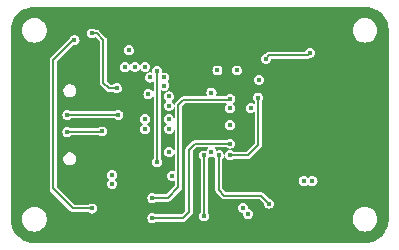
<source format=gbr>
%TF.GenerationSoftware,KiCad,Pcbnew,8.0.8*%
%TF.CreationDate,2025-04-16T19:26:52+02:00*%
%TF.ProjectId,PicoFlash,5069636f-466c-4617-9368-2e6b69636164,1.0*%
%TF.SameCoordinates,Original*%
%TF.FileFunction,Copper,L3,Inr*%
%TF.FilePolarity,Positive*%
%FSLAX46Y46*%
G04 Gerber Fmt 4.6, Leading zero omitted, Abs format (unit mm)*
G04 Created by KiCad (PCBNEW 8.0.8) date 2025-04-16 19:26:52*
%MOMM*%
%LPD*%
G01*
G04 APERTURE LIST*
%TA.AperFunction,ComponentPad*%
%ADD10O,2.000000X1.100000*%
%TD*%
%TA.AperFunction,ComponentPad*%
%ADD11O,1.800000X1.200000*%
%TD*%
%TA.AperFunction,ViaPad*%
%ADD12C,0.450000*%
%TD*%
%TA.AperFunction,Conductor*%
%ADD13C,0.200000*%
%TD*%
G04 APERTURE END LIST*
D10*
%TO.N,GND*%
%TO.C,J10*%
X5525121Y14324994D03*
D11*
X1324968Y14324994D03*
D10*
X5525121Y5675006D03*
D11*
X1324968Y5675006D03*
%TD*%
D12*
%TO.N,+3V3*%
X10500000Y14900000D03*
X18586234Y9953261D03*
X17000000Y7700000D03*
X19150000Y14600000D03*
X11800000Y14000000D03*
X9681380Y14890690D03*
X13390000Y10470000D03*
X25550000Y5209398D03*
X11380000Y10470000D03*
X17500000Y14600000D03*
X13660000Y5680000D03*
X20100000Y2450000D03*
X13000000Y13300000D03*
X13422328Y7697484D03*
X19660934Y2969814D03*
X11400000Y14900000D03*
X13000000Y14000000D03*
X24800000Y5209398D03*
X17000000Y12727491D03*
X8600000Y5000000D03*
X10000000Y16300000D03*
X21000000Y13800000D03*
X8600000Y5750000D03*
X13400000Y12400000D03*
%TO.N,GND*%
X31439340Y9939340D03*
X939340Y939340D03*
X19000000Y19500000D03*
X6600000Y6400000D03*
X13000000Y19500000D03*
X20000000Y19500000D03*
X28400000Y5700000D03*
X12460000Y1490000D03*
X500000Y6000000D03*
X500000Y7000000D03*
X6100000Y13600000D03*
X4000000Y500000D03*
X9000000Y500000D03*
X31000000Y19000000D03*
X12000000Y500000D03*
X10000000Y500000D03*
X18600000Y9100000D03*
X28000000Y500000D03*
X17000000Y9000000D03*
X31439340Y3939340D03*
X19135198Y6875000D03*
X19500000Y13750000D03*
X14500000Y1500000D03*
X24150000Y10050000D03*
X20000000Y500000D03*
X27100000Y3000000D03*
X23300000Y9850000D03*
X8000000Y19500000D03*
X5000000Y500000D03*
X25000000Y500000D03*
X10100000Y7100000D03*
X21930000Y12300000D03*
X26000000Y500000D03*
X26200000Y11100000D03*
X500000Y5000000D03*
X27000000Y500000D03*
X30000000Y6900000D03*
X27000000Y19500000D03*
X30000000Y500000D03*
X4000000Y19500000D03*
X16000000Y500000D03*
X18000000Y500000D03*
X22000000Y500000D03*
X15000000Y11000000D03*
X9400000Y1400000D03*
X10150000Y13605627D03*
X15000000Y10000000D03*
X20196203Y3353739D03*
X7125000Y18350000D03*
X31500000Y14000000D03*
X31439340Y12939340D03*
X17000000Y10000000D03*
X31439340Y1939340D03*
X17000000Y19500000D03*
X30000000Y15100000D03*
X9530000Y9440000D03*
X31439340Y10939340D03*
X5400000Y15950000D03*
X12000000Y19500000D03*
X500000Y10000000D03*
X31439340Y8939340D03*
X29000000Y19500000D03*
X2100000Y13000000D03*
X31439340Y17939340D03*
X5600000Y13600000D03*
X10100000Y7700000D03*
X2100000Y9000000D03*
X16000000Y11000000D03*
X19000000Y500000D03*
X13500000Y1500000D03*
X13000000Y500000D03*
X18000000Y19500000D03*
X30000000Y9000000D03*
X18156903Y5700000D03*
X11000000Y500000D03*
X25000000Y19500000D03*
X26200000Y10300000D03*
X6100000Y6400000D03*
X31439340Y7939340D03*
X500000Y16000000D03*
X500000Y2000000D03*
X5399857Y16499673D03*
X500000Y14000000D03*
X21930000Y10750000D03*
X500000Y15000000D03*
X2000000Y500000D03*
X500000Y13000000D03*
X30000000Y19500000D03*
X500000Y3000000D03*
X25000000Y18250000D03*
X6000000Y19500000D03*
X14000000Y19500000D03*
X6000000Y500000D03*
X500000Y17000000D03*
X22000000Y19500000D03*
X23000000Y500000D03*
X2100000Y11000000D03*
X11000000Y19500000D03*
X5399691Y17799673D03*
X15000000Y19500000D03*
X8500000Y1400000D03*
X8000000Y500000D03*
X13449609Y3296768D03*
X3000000Y500000D03*
X30000000Y11000000D03*
X2100000Y7000000D03*
X31439340Y6939340D03*
X26000000Y19500000D03*
X25000000Y10300000D03*
X22700000Y7250000D03*
X24000000Y19500000D03*
X31439340Y11939340D03*
X7000000Y19500000D03*
X31439340Y2939340D03*
X26000000Y17250000D03*
X30000000Y13000000D03*
X2000000Y19500000D03*
X27750000Y16000000D03*
X18870000Y2650000D03*
X15550000Y14600000D03*
X28000000Y19500000D03*
X9930000Y9940000D03*
X14000000Y500000D03*
X5000000Y19500000D03*
X22200000Y14600000D03*
X5600000Y6400000D03*
X7500000Y1400000D03*
X500000Y18000000D03*
X10100000Y6500000D03*
X26400000Y3000000D03*
X31439340Y15939340D03*
X31000000Y878680D03*
X3000000Y19500000D03*
X500000Y9000000D03*
X24000000Y500000D03*
X21000000Y500000D03*
X30000000Y4900000D03*
X21000000Y19500000D03*
X14850000Y14600000D03*
X5400116Y18349675D03*
X500000Y12000000D03*
X15000000Y500000D03*
X16000000Y19500000D03*
X939340Y19060660D03*
X18170000Y5030000D03*
X16000000Y9000000D03*
X500000Y11000000D03*
X500000Y4000000D03*
X17000000Y11000000D03*
X26200000Y11900000D03*
X7740000Y10100000D03*
X15000000Y9000000D03*
X23000000Y19500000D03*
X10000000Y19500000D03*
X12575152Y15467615D03*
X15712463Y7424212D03*
X17000000Y500000D03*
X7200000Y4800000D03*
X31500000Y5000000D03*
X9000000Y19500000D03*
X22675000Y8750000D03*
X16000000Y10000000D03*
X500000Y8000000D03*
X31500000Y6000000D03*
X31500000Y15000000D03*
X6600000Y13600000D03*
X22200000Y13800000D03*
X26200000Y6600000D03*
X7000000Y500000D03*
X31439340Y16939340D03*
X8827180Y13723323D03*
X29000000Y500000D03*
X27100000Y4500000D03*
%TO.N,+1V1*%
X13397026Y11613328D03*
X11374578Y9615422D03*
X18575000Y11403525D03*
X20330729Y11417274D03*
X13400000Y9650000D03*
X11666127Y12593914D03*
%TO.N,/CC2*%
X7739456Y9440000D03*
X4800000Y9391268D03*
%TO.N,/CC1*%
X4796683Y10836097D03*
X9100000Y10850000D03*
%TO.N,BOOTSELECT*%
X12400000Y14550000D03*
X12405422Y6844578D03*
%TO.N,HOST_RESET*%
X25330000Y16100000D03*
X21600013Y15590013D03*
%TO.N,GPIO10*%
X20950000Y12300000D03*
X18575000Y7427301D03*
%TO.N,GPIO8*%
X17645867Y7413589D03*
X21860000Y3320000D03*
%TO.N,GPIO16*%
X12000000Y3800000D03*
X18600000Y12200000D03*
%TO.N,GPIO7*%
X16384275Y7406311D03*
X16384275Y2250000D03*
%TO.N,GPIO15*%
X12000000Y2100000D03*
X18598578Y8400461D03*
%TO.N,/ACT_LED*%
X5401705Y17149673D03*
X6900000Y2909929D03*
%TO.N,/PWR_LED*%
X8984423Y13092628D03*
X6906380Y17737865D03*
%TD*%
D13*
%TO.N,/CC2*%
X7739456Y9440000D02*
X7690724Y9391268D01*
X7690724Y9391268D02*
X4800000Y9391268D01*
%TO.N,/CC1*%
X4796683Y10836097D02*
X9086097Y10836097D01*
X9086097Y10836097D02*
X9100000Y10850000D01*
%TO.N,BOOTSELECT*%
X12400000Y14550000D02*
X12405422Y14544578D01*
X12405422Y14544578D02*
X12405422Y6844578D01*
%TO.N,HOST_RESET*%
X25330000Y16100000D02*
X25130000Y15900000D01*
X25130000Y15900000D02*
X21910000Y15900000D01*
X21910000Y15900000D02*
X21600013Y15590013D01*
%TO.N,GPIO10*%
X20950000Y8250000D02*
X20127301Y7427301D01*
X20127301Y7427301D02*
X18575000Y7427301D01*
X20950000Y12300000D02*
X20950000Y8250000D01*
%TO.N,GPIO8*%
X21180000Y4000000D02*
X18100000Y4000000D01*
X21860000Y3320000D02*
X21180000Y4000000D01*
X17631903Y4468097D02*
X17631903Y7399625D01*
X18100000Y4000000D02*
X17631903Y4468097D01*
X17631903Y7399625D02*
X17645867Y7413589D01*
%TO.N,GPIO16*%
X14200000Y11700000D02*
X14600000Y12100000D01*
X14200000Y4700000D02*
X14200000Y11700000D01*
X18500000Y12100000D02*
X18600000Y12200000D01*
X12000000Y3800000D02*
X13300000Y3800000D01*
X13300000Y3800000D02*
X14200000Y4700000D01*
X14600000Y12100000D02*
X18500000Y12100000D01*
%TO.N,GPIO7*%
X16384275Y2250000D02*
X16384275Y7406311D01*
%TO.N,GPIO15*%
X15100000Y7900000D02*
X15600461Y8400461D01*
X12000000Y2100000D02*
X14600000Y2100000D01*
X14600000Y2100000D02*
X15100000Y2600000D01*
X15100000Y2600000D02*
X15100000Y7900000D01*
X15600461Y8400461D02*
X18598578Y8400461D01*
%TO.N,/ACT_LED*%
X5401705Y17149673D02*
X5299673Y17149673D01*
X3595000Y15445000D02*
X3595000Y4605000D01*
X5299673Y17149673D02*
X3595000Y15445000D01*
X5290071Y2909929D02*
X6900000Y2909929D01*
X3595000Y4605000D02*
X5290071Y2909929D01*
%TO.N,/PWR_LED*%
X8307372Y13092628D02*
X8984423Y13092628D01*
X6906380Y17737865D02*
X7312135Y17737865D01*
X7312135Y17737865D02*
X7850000Y17200000D01*
X7850000Y17200000D02*
X7850000Y13550000D01*
X7850000Y13550000D02*
X8307372Y13092628D01*
%TD*%
%TA.AperFunction,Conductor*%
%TO.N,GND*%
G36*
X11300000Y7600000D02*
G01*
X11100000Y7600000D01*
X10875000Y7600000D01*
X10743668Y7579199D01*
X10625191Y7518832D01*
X10531168Y7424809D01*
X10470801Y7306332D01*
X10450000Y7175000D01*
X10450000Y6050000D01*
X10050000Y6050000D01*
X9650000Y6050000D01*
X9650000Y8000000D01*
X10450000Y8000000D01*
X11300000Y8000000D01*
X11300000Y7600000D01*
G37*
%TD.AperFunction*%
%TD*%
%TA.AperFunction,Conductor*%
%TO.N,GND*%
G36*
X29928782Y19999998D02*
G01*
X30069687Y19998742D01*
X30073167Y19998587D01*
X30212066Y19987407D01*
X30215082Y19987069D01*
X30282542Y19977370D01*
X30285965Y19976752D01*
X30559331Y19917285D01*
X30566023Y19915320D01*
X30826497Y19818169D01*
X30832848Y19815267D01*
X30954837Y19748656D01*
X31076823Y19682046D01*
X31082697Y19678272D01*
X31305261Y19511664D01*
X31310536Y19507091D01*
X31507090Y19310537D01*
X31511663Y19305260D01*
X31678269Y19082701D01*
X31682045Y19076824D01*
X31815264Y18832853D01*
X31818169Y18826494D01*
X31915317Y18566031D01*
X31917286Y18559323D01*
X31976749Y18285976D01*
X31977370Y18282533D01*
X31987066Y18215096D01*
X31987407Y18212054D01*
X31998585Y18073172D01*
X31998741Y18069678D01*
X31999998Y17928783D01*
X32000000Y17928346D01*
X32000000Y2071655D01*
X31999998Y2071218D01*
X31998741Y1930323D01*
X31998585Y1926829D01*
X31987407Y1787947D01*
X31987066Y1784905D01*
X31977370Y1717468D01*
X31976749Y1714025D01*
X31917286Y1440678D01*
X31915317Y1433970D01*
X31818169Y1173507D01*
X31815264Y1167148D01*
X31682045Y923177D01*
X31678266Y917295D01*
X31511669Y694747D01*
X31507090Y689464D01*
X31310536Y492910D01*
X31305253Y488331D01*
X31082705Y321734D01*
X31076823Y317955D01*
X30832852Y184736D01*
X30826493Y181831D01*
X30566030Y84683D01*
X30559322Y82714D01*
X30285975Y23251D01*
X30282532Y22630D01*
X30215095Y12934D01*
X30212053Y12593D01*
X30073171Y1415D01*
X30069677Y1259D01*
X29928782Y2D01*
X29928345Y0D01*
X2071655Y0D01*
X2071218Y2D01*
X1930322Y1259D01*
X1926828Y1415D01*
X1787946Y12593D01*
X1784904Y12934D01*
X1717467Y22630D01*
X1714024Y23251D01*
X1440677Y82714D01*
X1433969Y84683D01*
X1173506Y181831D01*
X1167147Y184736D01*
X923176Y317955D01*
X917299Y321731D01*
X694740Y488337D01*
X689463Y492910D01*
X492909Y689464D01*
X488336Y694739D01*
X321728Y917303D01*
X317954Y923177D01*
X205534Y1129058D01*
X184733Y1167152D01*
X181830Y1173507D01*
X149822Y1259324D01*
X84680Y1433977D01*
X82715Y1440669D01*
X23248Y1714035D01*
X22629Y1717468D01*
X14634Y1773072D01*
X12931Y1784918D01*
X12592Y1787947D01*
X11972Y1795648D01*
X1413Y1926833D01*
X1258Y1930323D01*
X637Y2000001D01*
X952528Y2000001D01*
X952528Y2000000D01*
X974878Y1773072D01*
X983755Y1759055D01*
X1019674Y1640646D01*
X1032262Y1599150D01*
X1032265Y1599145D01*
X1032266Y1599142D01*
X1129057Y1418057D01*
X1129778Y1417086D01*
X1130582Y1416198D01*
X1259323Y1259327D01*
X1259326Y1259324D01*
X1416197Y1130583D01*
X1417085Y1129778D01*
X1418055Y1129059D01*
X1418056Y1129058D01*
X1599150Y1032262D01*
X1759054Y983756D01*
X1769434Y975238D01*
X1795644Y972657D01*
X1795649Y972655D01*
X1795648Y972655D01*
X2000000Y952528D01*
X2204352Y972655D01*
X2204351Y972655D01*
X2204353Y972656D01*
X2226926Y974879D01*
X2240943Y983756D01*
X2400850Y1032262D01*
X2581944Y1129058D01*
X2581945Y1129059D01*
X2581951Y1129065D01*
X2582905Y1129772D01*
X2583790Y1130574D01*
X2740675Y1259325D01*
X2869426Y1416210D01*
X2870228Y1417095D01*
X2870941Y1418055D01*
X2870942Y1418056D01*
X2967738Y1599150D01*
X3027345Y1795649D01*
X3037405Y1846225D01*
X3048736Y1948417D01*
X3048736Y2051583D01*
X3043368Y2100000D01*
X11569196Y2100000D01*
X11590281Y1966874D01*
X11590281Y1966873D01*
X11590282Y1966872D01*
X11651467Y1846787D01*
X11651472Y1846780D01*
X11746779Y1751473D01*
X11746786Y1751468D01*
X11820254Y1714035D01*
X11866874Y1690281D01*
X12000000Y1669196D01*
X12133126Y1690281D01*
X12216420Y1732722D01*
X12253213Y1751468D01*
X12253215Y1751470D01*
X12253220Y1751472D01*
X12286896Y1785148D01*
X12321544Y1799500D01*
X14639564Y1799500D01*
X14666230Y1806646D01*
X14715989Y1819979D01*
X14784511Y1859540D01*
X14840460Y1915489D01*
X15340460Y2415489D01*
X15380022Y2484012D01*
X15400499Y2560435D01*
X15400500Y2560435D01*
X15400500Y7755233D01*
X15414852Y7789881D01*
X15710580Y8085609D01*
X15745228Y8099961D01*
X16679917Y8099961D01*
X16714565Y8085609D01*
X16728917Y8050961D01*
X16714565Y8016313D01*
X16651472Y7953221D01*
X16651468Y7953216D01*
X16590589Y7833732D01*
X16562072Y7809376D01*
X16524686Y7812318D01*
X16517401Y7816030D01*
X16384275Y7837115D01*
X16251149Y7816030D01*
X16251147Y7816030D01*
X16251146Y7816029D01*
X16131061Y7754844D01*
X16131054Y7754839D01*
X16035747Y7659532D01*
X16035742Y7659525D01*
X15974557Y7539440D01*
X15974556Y7539439D01*
X15974556Y7539437D01*
X15953471Y7406311D01*
X15974556Y7273185D01*
X15974556Y7273184D01*
X15974557Y7273183D01*
X16035742Y7153098D01*
X16035747Y7153091D01*
X16069423Y7119415D01*
X16083775Y7084767D01*
X16083775Y2571544D01*
X16069423Y2536896D01*
X16035747Y2503221D01*
X16035742Y2503214D01*
X15974557Y2383129D01*
X15974556Y2383128D01*
X15974556Y2383126D01*
X15953471Y2250000D01*
X15974556Y2116874D01*
X15974556Y2116873D01*
X15974557Y2116872D01*
X16035742Y1996787D01*
X16035747Y1996780D01*
X16131054Y1901473D01*
X16131061Y1901468D01*
X16211117Y1860678D01*
X16251149Y1840281D01*
X16384275Y1819196D01*
X16517401Y1840281D01*
X16600695Y1882722D01*
X16637488Y1901468D01*
X16637490Y1901470D01*
X16637495Y1901472D01*
X16732803Y1996780D01*
X16734445Y2000001D01*
X28952528Y2000001D01*
X28952528Y2000000D01*
X28974878Y1773072D01*
X28983755Y1759055D01*
X29019674Y1640646D01*
X29032262Y1599150D01*
X29032265Y1599145D01*
X29032266Y1599142D01*
X29129057Y1418057D01*
X29129778Y1417086D01*
X29130582Y1416198D01*
X29259323Y1259327D01*
X29259326Y1259324D01*
X29416197Y1130583D01*
X29417085Y1129778D01*
X29418055Y1129059D01*
X29418056Y1129058D01*
X29599150Y1032262D01*
X29759054Y983756D01*
X29769434Y975238D01*
X29795644Y972657D01*
X29795649Y972655D01*
X29795648Y972655D01*
X30000000Y952528D01*
X30204352Y972655D01*
X30204351Y972655D01*
X30204353Y972656D01*
X30226926Y974879D01*
X30240943Y983756D01*
X30400850Y1032262D01*
X30581944Y1129058D01*
X30581945Y1129059D01*
X30581951Y1129065D01*
X30582905Y1129772D01*
X30583790Y1130574D01*
X30740675Y1259325D01*
X30869426Y1416210D01*
X30870228Y1417095D01*
X30870941Y1418055D01*
X30870942Y1418056D01*
X30967738Y1599150D01*
X31027345Y1795649D01*
X31037405Y1846225D01*
X31048736Y1948417D01*
X31048736Y2051583D01*
X31037405Y2153775D01*
X31027345Y2204351D01*
X30967738Y2400850D01*
X30870942Y2581944D01*
X30870941Y2581945D01*
X30870222Y2582915D01*
X30869417Y2583803D01*
X30740676Y2740674D01*
X30740673Y2740677D01*
X30583802Y2869418D01*
X30582914Y2870222D01*
X30581943Y2870943D01*
X30400858Y2967734D01*
X30400855Y2967735D01*
X30400850Y2967738D01*
X30359354Y2980326D01*
X30240945Y3016245D01*
X30230566Y3024763D01*
X30204351Y3027345D01*
X30204352Y3027345D01*
X30000000Y3047472D01*
X29773071Y3025122D01*
X29759054Y3016245D01*
X29599153Y2967739D01*
X29599150Y2967738D01*
X29599147Y2967737D01*
X29599141Y2967734D01*
X29418056Y2870943D01*
X29417083Y2870222D01*
X29416197Y2869418D01*
X29259326Y2740677D01*
X29259323Y2740674D01*
X29130582Y2583803D01*
X29129778Y2582917D01*
X29129057Y2581944D01*
X29032266Y2400859D01*
X29032261Y2400847D01*
X28983755Y2240946D01*
X28975237Y2230568D01*
X28952528Y2000001D01*
X16734445Y2000001D01*
X16754969Y2040283D01*
X16793994Y2116874D01*
X16815079Y2250000D01*
X16793994Y2383126D01*
X16760670Y2448528D01*
X16732807Y2503214D01*
X16732802Y2503221D01*
X16699127Y2536896D01*
X16684775Y2571544D01*
X16684775Y2969814D01*
X19230130Y2969814D01*
X19251215Y2836688D01*
X19251215Y2836687D01*
X19251216Y2836686D01*
X19312401Y2716601D01*
X19312406Y2716594D01*
X19407713Y2621287D01*
X19407720Y2621282D01*
X19481278Y2583803D01*
X19527808Y2560095D01*
X19634349Y2543221D01*
X19666326Y2523625D01*
X19675081Y2487160D01*
X19669196Y2450001D01*
X19669196Y2450000D01*
X19690281Y2316874D01*
X19690281Y2316873D01*
X19690282Y2316872D01*
X19751467Y2196787D01*
X19751472Y2196780D01*
X19846779Y2101473D01*
X19846786Y2101468D01*
X19926842Y2060678D01*
X19966874Y2040281D01*
X20100000Y2019196D01*
X20233126Y2040281D01*
X20316420Y2082722D01*
X20353213Y2101468D01*
X20353215Y2101470D01*
X20353220Y2101472D01*
X20448528Y2196780D01*
X20509719Y2316874D01*
X20530804Y2450000D01*
X20509719Y2583126D01*
X20485882Y2629909D01*
X20448532Y2703214D01*
X20448527Y2703221D01*
X20353220Y2798528D01*
X20353213Y2798533D01*
X20233129Y2859718D01*
X20233127Y2859719D01*
X20233126Y2859719D01*
X20162260Y2870943D01*
X20126583Y2876594D01*
X20094607Y2896190D01*
X20085852Y2932656D01*
X20091738Y2969814D01*
X20070653Y3102940D01*
X20039975Y3163149D01*
X20009466Y3223028D01*
X20009461Y3223035D01*
X19914154Y3318342D01*
X19914147Y3318347D01*
X19794062Y3379532D01*
X19794061Y3379533D01*
X19794060Y3379533D01*
X19660934Y3400618D01*
X19527808Y3379533D01*
X19527806Y3379533D01*
X19527805Y3379532D01*
X19407720Y3318347D01*
X19407713Y3318342D01*
X19312406Y3223035D01*
X19312401Y3223028D01*
X19251216Y3102943D01*
X19251215Y3102942D01*
X19251215Y3102940D01*
X19230130Y2969814D01*
X16684775Y2969814D01*
X16684775Y7084767D01*
X16699127Y7119415D01*
X16711186Y7131474D01*
X16732803Y7153091D01*
X16793686Y7272581D01*
X16822202Y7296936D01*
X16859586Y7293995D01*
X16866874Y7290281D01*
X17000000Y7269196D01*
X17133126Y7290281D01*
X17167659Y7307878D01*
X17205046Y7310820D01*
X17233564Y7286464D01*
X17235622Y7281495D01*
X17297334Y7160376D01*
X17297339Y7160369D01*
X17317051Y7140657D01*
X17331403Y7106009D01*
X17331403Y4428534D01*
X17351881Y4352110D01*
X17351882Y4352106D01*
X17381677Y4300502D01*
X17381678Y4300500D01*
X17391440Y4283590D01*
X17391442Y4283588D01*
X17391443Y4283586D01*
X17859540Y3815489D01*
X17915489Y3759540D01*
X17984011Y3719979D01*
X18019478Y3710476D01*
X18060436Y3699500D01*
X18060438Y3699500D01*
X18139562Y3699500D01*
X21035233Y3699500D01*
X21069881Y3685148D01*
X21416839Y3338190D01*
X21430588Y3311208D01*
X21438943Y3258462D01*
X21450281Y3186874D01*
X21450281Y3186873D01*
X21450282Y3186871D01*
X21511467Y3066787D01*
X21511472Y3066780D01*
X21606779Y2971473D01*
X21606786Y2971468D01*
X21682959Y2932657D01*
X21726874Y2910281D01*
X21860000Y2889196D01*
X21993126Y2910281D01*
X22105894Y2967739D01*
X22113213Y2971468D01*
X22113215Y2971470D01*
X22113220Y2971472D01*
X22208528Y3066780D01*
X22269719Y3186874D01*
X22290804Y3320000D01*
X22269719Y3453126D01*
X22222000Y3546780D01*
X22208532Y3573214D01*
X22208527Y3573221D01*
X22113220Y3668528D01*
X22113213Y3668533D01*
X21993129Y3729718D01*
X21993127Y3729719D01*
X21993126Y3729719D01*
X21930083Y3739704D01*
X21868792Y3749412D01*
X21841810Y3763161D01*
X21364511Y4240460D01*
X21295990Y4280021D01*
X21219564Y4300500D01*
X21219562Y4300500D01*
X18244767Y4300500D01*
X18210119Y4314852D01*
X17946755Y4578216D01*
X17932403Y4612864D01*
X17932403Y5209398D01*
X24369196Y5209398D01*
X24390281Y5076272D01*
X24390281Y5076271D01*
X24390282Y5076270D01*
X24451467Y4956185D01*
X24451472Y4956178D01*
X24546779Y4860871D01*
X24546786Y4860866D01*
X24618217Y4824471D01*
X24666874Y4799679D01*
X24800000Y4778594D01*
X24933126Y4799679D01*
X25021616Y4844767D01*
X25053213Y4860866D01*
X25053215Y4860868D01*
X25053220Y4860870D01*
X25140352Y4948002D01*
X25175000Y4962354D01*
X25209648Y4948002D01*
X25296779Y4860871D01*
X25296786Y4860866D01*
X25368217Y4824471D01*
X25416874Y4799679D01*
X25550000Y4778594D01*
X25683126Y4799679D01*
X25771616Y4844767D01*
X25803213Y4860866D01*
X25803215Y4860868D01*
X25803220Y4860870D01*
X25898528Y4956178D01*
X25959719Y5076272D01*
X25980804Y5209398D01*
X25959719Y5342524D01*
X25939322Y5382556D01*
X25898532Y5462612D01*
X25898527Y5462619D01*
X25803220Y5557926D01*
X25803213Y5557931D01*
X25683128Y5619116D01*
X25683127Y5619117D01*
X25683126Y5619117D01*
X25550000Y5640202D01*
X25416874Y5619117D01*
X25416872Y5619117D01*
X25416871Y5619116D01*
X25296786Y5557931D01*
X25296779Y5557926D01*
X25209648Y5470794D01*
X25175000Y5456442D01*
X25140352Y5470794D01*
X25053220Y5557926D01*
X25053213Y5557931D01*
X24933128Y5619116D01*
X24933127Y5619117D01*
X24933126Y5619117D01*
X24800000Y5640202D01*
X24666874Y5619117D01*
X24666872Y5619117D01*
X24666871Y5619116D01*
X24546786Y5557931D01*
X24546779Y5557926D01*
X24451472Y5462619D01*
X24451467Y5462612D01*
X24390282Y5342527D01*
X24390281Y5342526D01*
X24390281Y5342524D01*
X24369196Y5209398D01*
X17932403Y5209398D01*
X17932403Y7078081D01*
X17946755Y7112729D01*
X17965500Y7131474D01*
X17994395Y7160369D01*
X17997327Y7166122D01*
X18013145Y7197169D01*
X18055586Y7280463D01*
X18063123Y7328053D01*
X18082717Y7360027D01*
X18119184Y7368782D01*
X18151161Y7349187D01*
X18159915Y7328053D01*
X18165281Y7294175D01*
X18165281Y7294174D01*
X18165282Y7294172D01*
X18226467Y7174088D01*
X18226472Y7174081D01*
X18321779Y7078774D01*
X18321786Y7078769D01*
X18401842Y7037979D01*
X18441874Y7017582D01*
X18575000Y6996497D01*
X18708126Y7017582D01*
X18791420Y7060023D01*
X18828213Y7078769D01*
X18828215Y7078771D01*
X18828220Y7078773D01*
X18861896Y7112449D01*
X18896544Y7126801D01*
X20166865Y7126801D01*
X20193531Y7133947D01*
X20243290Y7147280D01*
X20311812Y7186841D01*
X20367761Y7242790D01*
X21190460Y8065489D01*
X21218595Y8114221D01*
X21230021Y8134011D01*
X21250500Y8210438D01*
X21250500Y11978456D01*
X21264852Y12013104D01*
X21279904Y12028156D01*
X21298528Y12046780D01*
X21308766Y12066872D01*
X21317278Y12083580D01*
X21359719Y12166874D01*
X21380804Y12300000D01*
X21359719Y12433126D01*
X21338755Y12474271D01*
X21298532Y12553214D01*
X21298527Y12553221D01*
X21203220Y12648528D01*
X21203213Y12648533D01*
X21083128Y12709718D01*
X21083127Y12709719D01*
X21083126Y12709719D01*
X20950000Y12730804D01*
X20816874Y12709719D01*
X20816872Y12709719D01*
X20816871Y12709718D01*
X20696786Y12648533D01*
X20696779Y12648528D01*
X20601472Y12553221D01*
X20601467Y12553214D01*
X20540282Y12433129D01*
X20540281Y12433128D01*
X20540281Y12433126D01*
X20519196Y12300000D01*
X20540281Y12166874D01*
X20540281Y12166873D01*
X20540282Y12166872D01*
X20601467Y12046787D01*
X20601472Y12046780D01*
X20635148Y12013104D01*
X20649500Y11978456D01*
X20649500Y11812364D01*
X20635148Y11777716D01*
X20600500Y11763364D01*
X20578255Y11768704D01*
X20463855Y11826993D01*
X20330729Y11848078D01*
X20197603Y11826993D01*
X20197601Y11826993D01*
X20197600Y11826992D01*
X20077515Y11765807D01*
X20077508Y11765802D01*
X19982201Y11670495D01*
X19982196Y11670488D01*
X19921011Y11550403D01*
X19921010Y11550402D01*
X19921010Y11550400D01*
X19899925Y11417274D01*
X19921010Y11284148D01*
X19921010Y11284147D01*
X19921011Y11284146D01*
X19982196Y11164061D01*
X19982201Y11164054D01*
X20077508Y11068747D01*
X20077515Y11068742D01*
X20157571Y11027952D01*
X20197603Y11007555D01*
X20330729Y10986470D01*
X20463855Y11007555D01*
X20536226Y11044430D01*
X20578255Y11065844D01*
X20615642Y11068787D01*
X20644159Y11044430D01*
X20649500Y11022185D01*
X20649500Y8394767D01*
X20635148Y8360119D01*
X20017182Y7742153D01*
X19982534Y7727801D01*
X18896544Y7727801D01*
X18861896Y7742153D01*
X18828220Y7775829D01*
X18828213Y7775834D01*
X18708128Y7837019D01*
X18708127Y7837020D01*
X18708126Y7837020D01*
X18575000Y7858105D01*
X18441874Y7837020D01*
X18441872Y7837020D01*
X18441871Y7837019D01*
X18321786Y7775834D01*
X18321779Y7775829D01*
X18226472Y7680522D01*
X18226467Y7680515D01*
X18165282Y7560431D01*
X18165281Y7560429D01*
X18165281Y7560427D01*
X18161957Y7539440D01*
X18157744Y7512840D01*
X18138148Y7480864D01*
X18101681Y7472109D01*
X18069705Y7491705D01*
X18060951Y7512837D01*
X18055586Y7546715D01*
X18016793Y7622851D01*
X17994399Y7666803D01*
X17994394Y7666810D01*
X17899087Y7762117D01*
X17899080Y7762122D01*
X17778995Y7823307D01*
X17778994Y7823308D01*
X17778993Y7823308D01*
X17645867Y7844393D01*
X17512740Y7823308D01*
X17498457Y7816030D01*
X17478206Y7805712D01*
X17440820Y7802770D01*
X17412302Y7827127D01*
X17410240Y7832104D01*
X17348532Y7953214D01*
X17348527Y7953221D01*
X17285435Y8016313D01*
X17271083Y8050961D01*
X17285435Y8085609D01*
X17320083Y8099961D01*
X18277034Y8099961D01*
X18311682Y8085609D01*
X18345357Y8051934D01*
X18345364Y8051929D01*
X18415266Y8016313D01*
X18465452Y7990742D01*
X18598578Y7969657D01*
X18731704Y7990742D01*
X18814998Y8033183D01*
X18851791Y8051929D01*
X18851793Y8051931D01*
X18851798Y8051933D01*
X18947106Y8147241D01*
X19008297Y8267335D01*
X19029382Y8400461D01*
X19008297Y8533587D01*
X18987900Y8573619D01*
X18947110Y8653675D01*
X18947105Y8653682D01*
X18851798Y8748989D01*
X18851791Y8748994D01*
X18731706Y8810179D01*
X18731705Y8810180D01*
X18731704Y8810180D01*
X18598578Y8831265D01*
X18465452Y8810180D01*
X18465450Y8810180D01*
X18465449Y8810179D01*
X18345364Y8748994D01*
X18345357Y8748989D01*
X18311682Y8715313D01*
X18277034Y8700961D01*
X15560896Y8700961D01*
X15484474Y8680484D01*
X15484471Y8680483D01*
X15415949Y8640921D01*
X15415949Y8640920D01*
X14859541Y8084512D01*
X14859540Y8084512D01*
X14819979Y8015992D01*
X14819979Y8015990D01*
X14799500Y7939564D01*
X14799500Y2744767D01*
X14785148Y2710119D01*
X14489881Y2414852D01*
X14455233Y2400500D01*
X12321544Y2400500D01*
X12286896Y2414852D01*
X12253220Y2448528D01*
X12253213Y2448533D01*
X12133128Y2509718D01*
X12133127Y2509719D01*
X12133126Y2509719D01*
X12000000Y2530804D01*
X11866874Y2509719D01*
X11866872Y2509719D01*
X11866871Y2509718D01*
X11746786Y2448533D01*
X11746779Y2448528D01*
X11651472Y2353221D01*
X11651467Y2353214D01*
X11590282Y2233129D01*
X11590281Y2233128D01*
X11590281Y2233126D01*
X11569196Y2100000D01*
X3043368Y2100000D01*
X3037405Y2153775D01*
X3027345Y2204351D01*
X2967738Y2400850D01*
X2870942Y2581944D01*
X2870941Y2581945D01*
X2870222Y2582915D01*
X2869417Y2583803D01*
X2740676Y2740674D01*
X2740673Y2740677D01*
X2583802Y2869418D01*
X2582914Y2870222D01*
X2581943Y2870943D01*
X2400858Y2967734D01*
X2400855Y2967735D01*
X2400850Y2967738D01*
X2359354Y2980326D01*
X2240945Y3016245D01*
X2230566Y3024763D01*
X2204351Y3027345D01*
X2204352Y3027345D01*
X2000000Y3047472D01*
X1773071Y3025122D01*
X1759054Y3016245D01*
X1599153Y2967739D01*
X1599150Y2967738D01*
X1599147Y2967737D01*
X1599141Y2967734D01*
X1418056Y2870943D01*
X1417083Y2870222D01*
X1416197Y2869418D01*
X1259326Y2740677D01*
X1259323Y2740674D01*
X1130582Y2583803D01*
X1129778Y2582917D01*
X1129057Y2581944D01*
X1032266Y2400859D01*
X1032261Y2400847D01*
X983755Y2240946D01*
X975237Y2230568D01*
X952528Y2000001D01*
X637Y2000001D01*
X2Y2071218D01*
X0Y2071655D01*
X0Y4565438D01*
X3294499Y4565438D01*
X3314979Y4489011D01*
X3314979Y4489009D01*
X3331994Y4459540D01*
X3354540Y4420489D01*
X5049611Y2725418D01*
X5105560Y2669469D01*
X5174082Y2629908D01*
X5206255Y2621287D01*
X5250507Y2609429D01*
X5250509Y2609429D01*
X5329633Y2609429D01*
X6578456Y2609429D01*
X6613104Y2595077D01*
X6646779Y2561402D01*
X6646786Y2561397D01*
X6726842Y2520607D01*
X6766874Y2500210D01*
X6900000Y2479125D01*
X7033126Y2500210D01*
X7133294Y2551248D01*
X7153213Y2561397D01*
X7153215Y2561399D01*
X7153220Y2561401D01*
X7248528Y2656709D01*
X7309719Y2776803D01*
X7330804Y2909929D01*
X7309719Y3043055D01*
X7279205Y3102943D01*
X7248532Y3163143D01*
X7248527Y3163150D01*
X7153220Y3258457D01*
X7153213Y3258462D01*
X7033128Y3319647D01*
X7033127Y3319648D01*
X7033126Y3319648D01*
X6900000Y3340733D01*
X6766874Y3319648D01*
X6766872Y3319648D01*
X6766871Y3319647D01*
X6646786Y3258462D01*
X6646779Y3258457D01*
X6613104Y3224781D01*
X6578456Y3210429D01*
X5434838Y3210429D01*
X5400190Y3224781D01*
X4824971Y3800000D01*
X11569196Y3800000D01*
X11590281Y3666874D01*
X11590281Y3666873D01*
X11590282Y3666872D01*
X11651467Y3546787D01*
X11651472Y3546780D01*
X11746779Y3451473D01*
X11746786Y3451468D01*
X11826842Y3410678D01*
X11866874Y3390281D01*
X12000000Y3369196D01*
X12133126Y3390281D01*
X12216420Y3432722D01*
X12253213Y3451468D01*
X12253215Y3451470D01*
X12253220Y3451472D01*
X12286896Y3485148D01*
X12321544Y3499500D01*
X13339564Y3499500D01*
X13366230Y3506646D01*
X13415989Y3519979D01*
X13484511Y3559540D01*
X13540460Y3615489D01*
X14440460Y4515489D01*
X14469298Y4565438D01*
X14480021Y4584011D01*
X14496171Y4644287D01*
X14500500Y4660437D01*
X14500500Y9953261D01*
X18155430Y9953261D01*
X18176515Y9820135D01*
X18176515Y9820134D01*
X18176516Y9820133D01*
X18237701Y9700048D01*
X18237706Y9700041D01*
X18333013Y9604734D01*
X18333020Y9604729D01*
X18395040Y9573129D01*
X18453108Y9543542D01*
X18586234Y9522457D01*
X18719360Y9543542D01*
X18802654Y9585983D01*
X18839447Y9604729D01*
X18839449Y9604731D01*
X18839454Y9604733D01*
X18934762Y9700041D01*
X18937860Y9706120D01*
X18955021Y9739801D01*
X18995953Y9820135D01*
X19017038Y9953261D01*
X18995953Y10086387D01*
X18975556Y10126419D01*
X18934766Y10206475D01*
X18934761Y10206482D01*
X18839454Y10301789D01*
X18839447Y10301794D01*
X18719362Y10362979D01*
X18719361Y10362980D01*
X18719360Y10362980D01*
X18586234Y10384065D01*
X18453108Y10362980D01*
X18453106Y10362980D01*
X18453105Y10362979D01*
X18333020Y10301794D01*
X18333013Y10301789D01*
X18237706Y10206482D01*
X18237701Y10206475D01*
X18176516Y10086390D01*
X18176515Y10086389D01*
X18176515Y10086387D01*
X18155430Y9953261D01*
X14500500Y9953261D01*
X14500500Y11555233D01*
X14514852Y11589881D01*
X14710119Y11785148D01*
X14744767Y11799500D01*
X18250931Y11799500D01*
X18285579Y11785148D01*
X18299931Y11750500D01*
X18285579Y11715852D01*
X18226472Y11656746D01*
X18226467Y11656739D01*
X18165282Y11536654D01*
X18165281Y11536653D01*
X18165281Y11536651D01*
X18144196Y11403525D01*
X18165281Y11270399D01*
X18165281Y11270398D01*
X18165282Y11270397D01*
X18226467Y11150312D01*
X18226472Y11150305D01*
X18321779Y11054998D01*
X18321786Y11054993D01*
X18386177Y11022185D01*
X18441874Y10993806D01*
X18575000Y10972721D01*
X18708126Y10993806D01*
X18807481Y11044430D01*
X18828213Y11054993D01*
X18828215Y11054995D01*
X18828220Y11054997D01*
X18923528Y11150305D01*
X18923857Y11150949D01*
X18950689Y11203611D01*
X18984719Y11270399D01*
X19005804Y11403525D01*
X18984719Y11536651D01*
X18957597Y11589881D01*
X18923532Y11656739D01*
X18923527Y11656746D01*
X18828220Y11752053D01*
X18825096Y11754323D01*
X18825804Y11755298D01*
X18804490Y11780249D01*
X18807430Y11817636D01*
X18828846Y11839054D01*
X18853220Y11851472D01*
X18948528Y11946780D01*
X18956411Y11962250D01*
X18968094Y11985181D01*
X19009719Y12066874D01*
X19030804Y12200000D01*
X19009719Y12333126D01*
X18975645Y12400000D01*
X18948532Y12453214D01*
X18948527Y12453221D01*
X18853220Y12548528D01*
X18853213Y12548533D01*
X18733128Y12609718D01*
X18733127Y12609719D01*
X18733126Y12609719D01*
X18600000Y12630804D01*
X18466874Y12609719D01*
X18466872Y12609719D01*
X18466871Y12609718D01*
X18346786Y12548533D01*
X18346779Y12548528D01*
X18251472Y12453221D01*
X18251469Y12453216D01*
X18238243Y12427256D01*
X18209726Y12402899D01*
X18194583Y12400500D01*
X17390901Y12400500D01*
X17356253Y12414852D01*
X17341901Y12449500D01*
X17347242Y12471745D01*
X17388065Y12551867D01*
X17409719Y12594365D01*
X17430804Y12727491D01*
X17409719Y12860617D01*
X17389322Y12900649D01*
X17348532Y12980705D01*
X17348527Y12980712D01*
X17253220Y13076019D01*
X17253213Y13076024D01*
X17133128Y13137209D01*
X17133127Y13137210D01*
X17133126Y13137210D01*
X17000000Y13158295D01*
X16866874Y13137210D01*
X16866872Y13137210D01*
X16866871Y13137209D01*
X16746786Y13076024D01*
X16746779Y13076019D01*
X16651472Y12980712D01*
X16651467Y12980705D01*
X16590282Y12860620D01*
X16590281Y12860619D01*
X16590281Y12860617D01*
X16569196Y12727491D01*
X16590281Y12594365D01*
X16590281Y12594364D01*
X16590282Y12594363D01*
X16652758Y12471745D01*
X16655701Y12434358D01*
X16631344Y12405841D01*
X16609099Y12400500D01*
X14560436Y12400500D01*
X14484010Y12380021D01*
X14484008Y12380021D01*
X14415887Y12340690D01*
X14415886Y12340691D01*
X14415492Y12340463D01*
X14415488Y12340460D01*
X13959541Y11884512D01*
X13959540Y11884512D01*
X13919979Y11815992D01*
X13919979Y11815990D01*
X13901404Y11746672D01*
X13878573Y11716919D01*
X13841391Y11712025D01*
X13811638Y11734856D01*
X13807471Y11744218D01*
X13806745Y11746450D01*
X13806745Y11746454D01*
X13806634Y11746672D01*
X13745558Y11866542D01*
X13745553Y11866549D01*
X13650249Y11961853D01*
X13650246Y11961856D01*
X13650241Y11961859D01*
X13650239Y11961860D01*
X13649474Y11962250D01*
X13649100Y11962688D01*
X13647126Y11964122D01*
X13647470Y11964597D01*
X13625120Y11990769D01*
X13628066Y12028156D01*
X13649480Y12049567D01*
X13653220Y12051472D01*
X13748528Y12146780D01*
X13758766Y12166872D01*
X13798770Y12245386D01*
X13809719Y12266874D01*
X13830804Y12400000D01*
X13809719Y12533126D01*
X13778516Y12594365D01*
X13748532Y12653214D01*
X13748527Y12653221D01*
X13653220Y12748528D01*
X13653213Y12748533D01*
X13533128Y12809718D01*
X13533127Y12809719D01*
X13533126Y12809719D01*
X13400000Y12830804D01*
X13266874Y12809719D01*
X13266872Y12809719D01*
X13266871Y12809718D01*
X13146786Y12748533D01*
X13146779Y12748528D01*
X13051472Y12653221D01*
X13051467Y12653214D01*
X12990282Y12533129D01*
X12990281Y12533128D01*
X12990281Y12533126D01*
X12969196Y12400000D01*
X12990281Y12266874D01*
X12990281Y12266873D01*
X12990282Y12266872D01*
X13051467Y12146787D01*
X13051472Y12146780D01*
X13146780Y12051472D01*
X13147542Y12051084D01*
X13147914Y12050648D01*
X13149904Y12049202D01*
X13149557Y12048725D01*
X13171901Y12022569D01*
X13168963Y11985181D01*
X13147552Y11963765D01*
X13143808Y11961858D01*
X13143802Y11961853D01*
X13048498Y11866549D01*
X13048493Y11866542D01*
X12987308Y11746457D01*
X12987307Y11746456D01*
X12987307Y11746454D01*
X12966222Y11613328D01*
X12987307Y11480202D01*
X12987307Y11480201D01*
X12987308Y11480200D01*
X13048493Y11360115D01*
X13048498Y11360108D01*
X13143805Y11264801D01*
X13143812Y11264796D01*
X13223868Y11224006D01*
X13263900Y11203609D01*
X13397026Y11182524D01*
X13530152Y11203609D01*
X13613446Y11246050D01*
X13650239Y11264796D01*
X13650241Y11264798D01*
X13650246Y11264800D01*
X13745554Y11360108D01*
X13795507Y11458145D01*
X13806841Y11480390D01*
X13835358Y11504747D01*
X13872745Y11501804D01*
X13897102Y11473287D01*
X13899500Y11458145D01*
X13899500Y10595735D01*
X13885148Y10561087D01*
X13850500Y10546735D01*
X13815852Y10561087D01*
X13802103Y10588069D01*
X13799719Y10603126D01*
X13779322Y10643158D01*
X13738532Y10723214D01*
X13738527Y10723221D01*
X13643220Y10818528D01*
X13643213Y10818533D01*
X13523128Y10879718D01*
X13523127Y10879719D01*
X13523126Y10879719D01*
X13390000Y10900804D01*
X13256874Y10879719D01*
X13256872Y10879719D01*
X13256871Y10879718D01*
X13136786Y10818533D01*
X13136779Y10818528D01*
X13041472Y10723221D01*
X13041467Y10723214D01*
X12980282Y10603129D01*
X12980281Y10603128D01*
X12980281Y10603126D01*
X12959196Y10470000D01*
X12980281Y10336874D01*
X12980281Y10336873D01*
X12980282Y10336872D01*
X13041467Y10216787D01*
X13041472Y10216780D01*
X13136780Y10121472D01*
X13176738Y10101112D01*
X13201095Y10072596D01*
X13198153Y10035208D01*
X13176740Y10013794D01*
X13162530Y10006554D01*
X13146780Y9998528D01*
X13146778Y9998527D01*
X13146776Y9998525D01*
X13051472Y9903221D01*
X13051467Y9903214D01*
X12990282Y9783129D01*
X12990281Y9783128D01*
X12990281Y9783126D01*
X12969196Y9650000D01*
X12990281Y9516874D01*
X12990281Y9516873D01*
X12990282Y9516872D01*
X13051467Y9396787D01*
X13051472Y9396780D01*
X13146779Y9301473D01*
X13146786Y9301468D01*
X13214641Y9266895D01*
X13266874Y9240281D01*
X13400000Y9219196D01*
X13533126Y9240281D01*
X13616420Y9282722D01*
X13653213Y9301468D01*
X13653215Y9301470D01*
X13653220Y9301472D01*
X13748528Y9396780D01*
X13795507Y9488980D01*
X13806841Y9511225D01*
X13835358Y9535582D01*
X13872745Y9532639D01*
X13897102Y9504122D01*
X13899500Y9488980D01*
X13899500Y7902326D01*
X13885148Y7867678D01*
X13850500Y7853326D01*
X13815852Y7867678D01*
X13806841Y7880081D01*
X13770860Y7950698D01*
X13770855Y7950705D01*
X13675548Y8046012D01*
X13675541Y8046017D01*
X13555456Y8107202D01*
X13555455Y8107203D01*
X13555454Y8107203D01*
X13422328Y8128288D01*
X13289202Y8107203D01*
X13289200Y8107203D01*
X13289199Y8107202D01*
X13169114Y8046017D01*
X13169107Y8046012D01*
X13073800Y7950705D01*
X13073795Y7950698D01*
X13012610Y7830613D01*
X13012609Y7830612D01*
X13012609Y7830610D01*
X12991524Y7697484D01*
X13012609Y7564358D01*
X13012609Y7564357D01*
X13012610Y7564356D01*
X13073795Y7444271D01*
X13073800Y7444264D01*
X13169107Y7348957D01*
X13169114Y7348952D01*
X13243954Y7310820D01*
X13289202Y7287765D01*
X13422328Y7266680D01*
X13555454Y7287765D01*
X13654283Y7338121D01*
X13675541Y7348952D01*
X13675543Y7348954D01*
X13675548Y7348956D01*
X13770856Y7444264D01*
X13806841Y7514890D01*
X13835358Y7539245D01*
X13872745Y7536303D01*
X13897102Y7507785D01*
X13899500Y7492643D01*
X13899500Y6115480D01*
X13885148Y6080832D01*
X13850500Y6066480D01*
X13828255Y6071820D01*
X13793126Y6089719D01*
X13660000Y6110804D01*
X13526874Y6089719D01*
X13526872Y6089719D01*
X13526871Y6089718D01*
X13406786Y6028533D01*
X13406779Y6028528D01*
X13311472Y5933221D01*
X13311467Y5933214D01*
X13250282Y5813129D01*
X13250281Y5813128D01*
X13250281Y5813126D01*
X13229196Y5680000D01*
X13250281Y5546874D01*
X13250281Y5546873D01*
X13250282Y5546872D01*
X13311467Y5426787D01*
X13311472Y5426780D01*
X13406779Y5331473D01*
X13406786Y5331468D01*
X13485969Y5291123D01*
X13526874Y5270281D01*
X13660000Y5249196D01*
X13793126Y5270281D01*
X13828254Y5288181D01*
X13865641Y5291123D01*
X13894159Y5266767D01*
X13899500Y5244521D01*
X13899500Y4844767D01*
X13885148Y4810119D01*
X13189881Y4114852D01*
X13155233Y4100500D01*
X12321544Y4100500D01*
X12286896Y4114852D01*
X12253220Y4148528D01*
X12253213Y4148533D01*
X12133128Y4209718D01*
X12133127Y4209719D01*
X12133126Y4209719D01*
X12000000Y4230804D01*
X11866874Y4209719D01*
X11866872Y4209719D01*
X11866871Y4209718D01*
X11746786Y4148533D01*
X11746779Y4148528D01*
X11651472Y4053221D01*
X11651467Y4053214D01*
X11590282Y3933129D01*
X11590281Y3933128D01*
X11590281Y3933126D01*
X11569196Y3800000D01*
X4824971Y3800000D01*
X3909852Y4715119D01*
X3895500Y4749767D01*
X3895500Y5750000D01*
X8169196Y5750000D01*
X8190281Y5616874D01*
X8190281Y5616873D01*
X8190282Y5616872D01*
X8251467Y5496787D01*
X8251472Y5496780D01*
X8338604Y5409648D01*
X8352956Y5375000D01*
X8338604Y5340352D01*
X8251472Y5253221D01*
X8251467Y5253214D01*
X8190282Y5133129D01*
X8190281Y5133128D01*
X8190281Y5133126D01*
X8169196Y5000000D01*
X8190281Y4866874D01*
X8190281Y4866873D01*
X8190282Y4866872D01*
X8251467Y4746787D01*
X8251472Y4746780D01*
X8346779Y4651473D01*
X8346786Y4651468D01*
X8422552Y4612864D01*
X8466874Y4590281D01*
X8600000Y4569196D01*
X8733126Y4590281D01*
X8816420Y4632722D01*
X8853213Y4651468D01*
X8853215Y4651470D01*
X8853220Y4651472D01*
X8948528Y4746780D01*
X9009719Y4866874D01*
X9030804Y5000000D01*
X9009719Y5133126D01*
X8989322Y5173158D01*
X8948532Y5253214D01*
X8948527Y5253221D01*
X8861396Y5340352D01*
X8847044Y5375000D01*
X8861396Y5409648D01*
X8878535Y5426787D01*
X8948528Y5496780D01*
X9009719Y5616874D01*
X9030804Y5750000D01*
X9009719Y5883126D01*
X8984194Y5933221D01*
X8948532Y6003214D01*
X8948527Y6003221D01*
X8901748Y6050000D01*
X9650000Y6050000D01*
X10450000Y6050000D01*
X10450000Y7600000D01*
X11300000Y7600000D01*
X11300000Y8000000D01*
X10450000Y8000000D01*
X9650000Y8000000D01*
X9650000Y6050000D01*
X8901748Y6050000D01*
X8853220Y6098528D01*
X8853213Y6098533D01*
X8733128Y6159718D01*
X8733127Y6159719D01*
X8733126Y6159719D01*
X8600000Y6180804D01*
X8466874Y6159719D01*
X8466872Y6159719D01*
X8466871Y6159718D01*
X8346786Y6098533D01*
X8346779Y6098528D01*
X8251472Y6003221D01*
X8251467Y6003214D01*
X8190282Y5883129D01*
X8190281Y5883128D01*
X8190281Y5883126D01*
X8169196Y5750000D01*
X3895500Y5750000D01*
X3895500Y7182334D01*
X4454415Y7182334D01*
X4454415Y7037377D01*
X4491931Y6897367D01*
X4491932Y6897363D01*
X4522408Y6844578D01*
X4564408Y6771832D01*
X4666905Y6669335D01*
X4712852Y6642808D01*
X4792435Y6596860D01*
X4792437Y6596860D01*
X4792438Y6596859D01*
X4812942Y6591365D01*
X4932449Y6559342D01*
X4932452Y6559342D01*
X5077406Y6559342D01*
X5147411Y6578101D01*
X5217418Y6596859D01*
X5342951Y6669335D01*
X5445448Y6771832D01*
X5517924Y6897365D01*
X5544487Y6996498D01*
X5555441Y7037377D01*
X5555441Y7182334D01*
X5517924Y7322344D01*
X5517923Y7322348D01*
X5457328Y7427301D01*
X5445448Y7447878D01*
X5342951Y7550375D01*
X5217420Y7622851D01*
X5217416Y7622852D01*
X5077407Y7660368D01*
X5077404Y7660368D01*
X4932452Y7660368D01*
X4932449Y7660368D01*
X4792439Y7622852D01*
X4792435Y7622851D01*
X4666904Y7550375D01*
X4666904Y7550374D01*
X4564409Y7447879D01*
X4564408Y7447879D01*
X4491932Y7322348D01*
X4491931Y7322344D01*
X4454415Y7182334D01*
X3895500Y7182334D01*
X3895500Y9391268D01*
X4369196Y9391268D01*
X4390281Y9258142D01*
X4390281Y9258141D01*
X4390282Y9258140D01*
X4451467Y9138055D01*
X4451472Y9138048D01*
X4546779Y9042741D01*
X4546786Y9042736D01*
X4626842Y9001946D01*
X4666874Y8981549D01*
X4800000Y8960464D01*
X4933126Y8981549D01*
X5028772Y9030283D01*
X5053213Y9042736D01*
X5053215Y9042738D01*
X5053220Y9042740D01*
X5086896Y9076416D01*
X5121544Y9090768D01*
X7475854Y9090768D01*
X7498100Y9085427D01*
X7606330Y9030281D01*
X7739456Y9009196D01*
X7872582Y9030281D01*
X7963127Y9076416D01*
X7992669Y9091468D01*
X7992671Y9091470D01*
X7992676Y9091472D01*
X8087984Y9186780D01*
X8149175Y9306874D01*
X8170260Y9440000D01*
X8149175Y9573126D01*
X8127624Y9615422D01*
X10943774Y9615422D01*
X10964859Y9482296D01*
X10964859Y9482295D01*
X10964860Y9482294D01*
X11026045Y9362209D01*
X11026050Y9362202D01*
X11121357Y9266895D01*
X11121364Y9266890D01*
X11201420Y9226100D01*
X11241452Y9205703D01*
X11374578Y9184618D01*
X11507704Y9205703D01*
X11590998Y9248144D01*
X11627791Y9266890D01*
X11627793Y9266892D01*
X11627798Y9266894D01*
X11723106Y9362202D01*
X11784297Y9482296D01*
X11805382Y9615422D01*
X11784297Y9748548D01*
X11763800Y9788776D01*
X11723110Y9868636D01*
X11723105Y9868643D01*
X11627798Y9963950D01*
X11627791Y9963955D01*
X11561618Y9997671D01*
X11537261Y10026188D01*
X11540204Y10063575D01*
X11561615Y10084988D01*
X11633220Y10121472D01*
X11728528Y10216780D01*
X11789719Y10336874D01*
X11810804Y10470000D01*
X11789719Y10603126D01*
X11769322Y10643158D01*
X11728532Y10723214D01*
X11728527Y10723221D01*
X11633220Y10818528D01*
X11633213Y10818533D01*
X11513128Y10879718D01*
X11513127Y10879719D01*
X11513126Y10879719D01*
X11380000Y10900804D01*
X11246874Y10879719D01*
X11246872Y10879719D01*
X11246871Y10879718D01*
X11126786Y10818533D01*
X11126779Y10818528D01*
X11031472Y10723221D01*
X11031467Y10723214D01*
X10970282Y10603129D01*
X10970281Y10603128D01*
X10970281Y10603126D01*
X10949196Y10470000D01*
X10970281Y10336874D01*
X10970281Y10336873D01*
X10970282Y10336872D01*
X11031467Y10216787D01*
X11031472Y10216780D01*
X11126779Y10121473D01*
X11126786Y10121468D01*
X11192958Y10087752D01*
X11217315Y10059235D01*
X11214372Y10021848D01*
X11192959Y10000434D01*
X11121362Y9963954D01*
X11121357Y9963950D01*
X11026050Y9868643D01*
X11026045Y9868636D01*
X10964860Y9748551D01*
X10964859Y9748550D01*
X10964859Y9748548D01*
X10943774Y9615422D01*
X8127624Y9615422D01*
X8087988Y9693214D01*
X8087983Y9693221D01*
X7992676Y9788528D01*
X7992669Y9788533D01*
X7872584Y9849718D01*
X7872583Y9849719D01*
X7872582Y9849719D01*
X7739456Y9870804D01*
X7606330Y9849719D01*
X7606328Y9849719D01*
X7606327Y9849718D01*
X7486242Y9788533D01*
X7486235Y9788528D01*
X7403828Y9706120D01*
X7369180Y9691768D01*
X5121544Y9691768D01*
X5086896Y9706120D01*
X5053220Y9739796D01*
X5053213Y9739801D01*
X4933128Y9800986D01*
X4933127Y9800987D01*
X4933126Y9800987D01*
X4800000Y9822072D01*
X4666874Y9800987D01*
X4666872Y9800987D01*
X4666871Y9800986D01*
X4546786Y9739801D01*
X4546779Y9739796D01*
X4451472Y9644489D01*
X4451467Y9644482D01*
X4390282Y9524397D01*
X4390281Y9524396D01*
X4390281Y9524394D01*
X4369196Y9391268D01*
X3895500Y9391268D01*
X3895500Y10836097D01*
X4365879Y10836097D01*
X4386964Y10702971D01*
X4386964Y10702970D01*
X4386965Y10702969D01*
X4448150Y10582884D01*
X4448155Y10582877D01*
X4543462Y10487570D01*
X4543469Y10487565D01*
X4623525Y10446775D01*
X4663557Y10426378D01*
X4796683Y10405293D01*
X4929809Y10426378D01*
X5015422Y10470000D01*
X5049896Y10487565D01*
X5049898Y10487567D01*
X5049903Y10487569D01*
X5083579Y10521245D01*
X5118227Y10535597D01*
X8792359Y10535597D01*
X8827007Y10521245D01*
X8846779Y10501473D01*
X8846786Y10501468D01*
X8908547Y10470000D01*
X8966874Y10440281D01*
X9100000Y10419196D01*
X9233126Y10440281D01*
X9325936Y10487570D01*
X9353213Y10501468D01*
X9353215Y10501470D01*
X9353220Y10501472D01*
X9448528Y10596780D01*
X9451762Y10603126D01*
X9467278Y10633580D01*
X9509719Y10716874D01*
X9530804Y10850000D01*
X9509719Y10983126D01*
X9473099Y11054997D01*
X9448532Y11103214D01*
X9448527Y11103221D01*
X9353220Y11198528D01*
X9353213Y11198533D01*
X9233128Y11259718D01*
X9233127Y11259719D01*
X9233126Y11259719D01*
X9100000Y11280804D01*
X8966874Y11259719D01*
X8966872Y11259719D01*
X8966871Y11259718D01*
X8846786Y11198533D01*
X8846779Y11198528D01*
X8799201Y11150949D01*
X8764553Y11136597D01*
X5118227Y11136597D01*
X5083579Y11150949D01*
X5049903Y11184625D01*
X5049896Y11184630D01*
X4929811Y11245815D01*
X4929810Y11245816D01*
X4929809Y11245816D01*
X4796683Y11266901D01*
X4663557Y11245816D01*
X4663555Y11245816D01*
X4663554Y11245815D01*
X4543469Y11184630D01*
X4543462Y11184625D01*
X4448155Y11089318D01*
X4448150Y11089311D01*
X4386965Y10969226D01*
X4386964Y10969225D01*
X4386964Y10969223D01*
X4365879Y10836097D01*
X3895500Y10836097D01*
X3895500Y12962370D01*
X4454415Y12962370D01*
X4454415Y12817413D01*
X4491931Y12677403D01*
X4491932Y12677399D01*
X4540133Y12593914D01*
X4564408Y12551868D01*
X4666905Y12449371D01*
X4705210Y12427256D01*
X4792435Y12376896D01*
X4792437Y12376896D01*
X4792438Y12376895D01*
X4827441Y12367516D01*
X4932449Y12339378D01*
X4932452Y12339378D01*
X5077406Y12339378D01*
X5147411Y12358137D01*
X5217418Y12376895D01*
X5222833Y12380021D01*
X5258303Y12400500D01*
X5342951Y12449371D01*
X5445448Y12551868D01*
X5469723Y12593914D01*
X11235323Y12593914D01*
X11256408Y12460788D01*
X11256408Y12460787D01*
X11256409Y12460786D01*
X11317594Y12340701D01*
X11317599Y12340694D01*
X11412906Y12245387D01*
X11412913Y12245382D01*
X11492969Y12204592D01*
X11533001Y12184195D01*
X11666127Y12163110D01*
X11799253Y12184195D01*
X11882547Y12226636D01*
X11919340Y12245382D01*
X11919342Y12245384D01*
X11919347Y12245386D01*
X12014655Y12340694D01*
X12014658Y12340702D01*
X12016282Y12342934D01*
X12048260Y12362526D01*
X12084727Y12353769D01*
X12104319Y12321791D01*
X12104922Y12314129D01*
X12104922Y7166122D01*
X12090570Y7131474D01*
X12056894Y7097799D01*
X12056889Y7097792D01*
X11995704Y6977707D01*
X11995703Y6977706D01*
X11995703Y6977704D01*
X11974618Y6844578D01*
X11995703Y6711452D01*
X11995703Y6711451D01*
X11995704Y6711450D01*
X12056889Y6591365D01*
X12056894Y6591358D01*
X12152201Y6496051D01*
X12152208Y6496046D01*
X12232264Y6455256D01*
X12272296Y6434859D01*
X12405422Y6413774D01*
X12538548Y6434859D01*
X12621842Y6477300D01*
X12658635Y6496046D01*
X12658637Y6496048D01*
X12658642Y6496050D01*
X12753950Y6591358D01*
X12756754Y6596860D01*
X12793681Y6669335D01*
X12815141Y6711452D01*
X12836226Y6844578D01*
X12815141Y6977704D01*
X12784735Y7037379D01*
X12753954Y7097792D01*
X12753949Y7097799D01*
X12720274Y7131474D01*
X12705922Y7166122D01*
X12705922Y12892330D01*
X12720274Y12926978D01*
X12754922Y12941330D01*
X12777166Y12935990D01*
X12866874Y12890281D01*
X13000000Y12869196D01*
X13133126Y12890281D01*
X13222833Y12935989D01*
X13253213Y12951468D01*
X13253215Y12951470D01*
X13253220Y12951472D01*
X13348528Y13046780D01*
X13409719Y13166874D01*
X13430804Y13300000D01*
X13409719Y13433126D01*
X13363706Y13523432D01*
X13348532Y13553214D01*
X13348527Y13553221D01*
X13286396Y13615352D01*
X13272044Y13650000D01*
X13286396Y13684648D01*
X13304922Y13703174D01*
X13348528Y13746780D01*
X13375645Y13800000D01*
X20569196Y13800000D01*
X20590281Y13666874D01*
X20590281Y13666873D01*
X20590282Y13666872D01*
X20651467Y13546787D01*
X20651472Y13546780D01*
X20746779Y13451473D01*
X20746786Y13451468D01*
X20826842Y13410678D01*
X20866874Y13390281D01*
X21000000Y13369196D01*
X21133126Y13390281D01*
X21232984Y13441161D01*
X21253213Y13451468D01*
X21253215Y13451470D01*
X21253220Y13451472D01*
X21348528Y13546780D01*
X21351807Y13553214D01*
X21396797Y13641514D01*
X21409719Y13666874D01*
X21430804Y13800000D01*
X21409719Y13933126D01*
X21375645Y14000000D01*
X21348532Y14053214D01*
X21348527Y14053221D01*
X21253220Y14148528D01*
X21253213Y14148533D01*
X21133128Y14209718D01*
X21133127Y14209719D01*
X21133126Y14209719D01*
X21000000Y14230804D01*
X20866874Y14209719D01*
X20866872Y14209719D01*
X20866871Y14209718D01*
X20746786Y14148533D01*
X20746779Y14148528D01*
X20651472Y14053221D01*
X20651467Y14053214D01*
X20590282Y13933129D01*
X20590281Y13933128D01*
X20590281Y13933126D01*
X20569196Y13800000D01*
X13375645Y13800000D01*
X13409719Y13866874D01*
X13430804Y14000000D01*
X13409719Y14133126D01*
X13380596Y14190283D01*
X13348532Y14253214D01*
X13348526Y14253222D01*
X13253220Y14348528D01*
X13253213Y14348533D01*
X13133128Y14409718D01*
X13133127Y14409719D01*
X13133126Y14409719D01*
X13000000Y14430804D01*
X12999999Y14430804D01*
X12873697Y14410800D01*
X12837230Y14419555D01*
X12817635Y14451532D01*
X12817635Y14466854D01*
X12830804Y14550000D01*
X12822885Y14600000D01*
X17069196Y14600000D01*
X17090281Y14466874D01*
X17090281Y14466873D01*
X17090282Y14466872D01*
X17151467Y14346787D01*
X17151472Y14346780D01*
X17246779Y14251473D01*
X17246786Y14251468D01*
X17326842Y14210678D01*
X17366874Y14190281D01*
X17500000Y14169196D01*
X17633126Y14190281D01*
X17716420Y14232722D01*
X17753213Y14251468D01*
X17753215Y14251470D01*
X17753220Y14251472D01*
X17848528Y14346780D01*
X17849422Y14348533D01*
X17867278Y14383580D01*
X17909719Y14466874D01*
X17930804Y14600000D01*
X18719196Y14600000D01*
X18740281Y14466874D01*
X18740281Y14466873D01*
X18740282Y14466872D01*
X18801467Y14346787D01*
X18801472Y14346780D01*
X18896779Y14251473D01*
X18896786Y14251468D01*
X18976842Y14210678D01*
X19016874Y14190281D01*
X19150000Y14169196D01*
X19283126Y14190281D01*
X19366420Y14232722D01*
X19403213Y14251468D01*
X19403215Y14251470D01*
X19403220Y14251472D01*
X19498528Y14346780D01*
X19499422Y14348533D01*
X19517278Y14383580D01*
X19559719Y14466874D01*
X19580804Y14600000D01*
X19559719Y14733126D01*
X19533491Y14784601D01*
X19498532Y14853214D01*
X19498527Y14853221D01*
X19403220Y14948528D01*
X19403213Y14948533D01*
X19283128Y15009718D01*
X19283127Y15009719D01*
X19283126Y15009719D01*
X19150000Y15030804D01*
X19016874Y15009719D01*
X19016872Y15009719D01*
X19016871Y15009718D01*
X18896786Y14948533D01*
X18896779Y14948528D01*
X18801472Y14853221D01*
X18801467Y14853214D01*
X18740282Y14733129D01*
X18740281Y14733128D01*
X18740281Y14733126D01*
X18719196Y14600000D01*
X17930804Y14600000D01*
X17909719Y14733126D01*
X17883491Y14784601D01*
X17848532Y14853214D01*
X17848527Y14853221D01*
X17753220Y14948528D01*
X17753213Y14948533D01*
X17633128Y15009718D01*
X17633127Y15009719D01*
X17633126Y15009719D01*
X17500000Y15030804D01*
X17366874Y15009719D01*
X17366872Y15009719D01*
X17366871Y15009718D01*
X17246786Y14948533D01*
X17246779Y14948528D01*
X17151472Y14853221D01*
X17151467Y14853214D01*
X17090282Y14733129D01*
X17090281Y14733128D01*
X17090281Y14733126D01*
X17069196Y14600000D01*
X12822885Y14600000D01*
X12809719Y14683126D01*
X12771791Y14757564D01*
X12748532Y14803214D01*
X12748527Y14803221D01*
X12653220Y14898528D01*
X12653213Y14898533D01*
X12533128Y14959718D01*
X12533127Y14959719D01*
X12533126Y14959719D01*
X12400000Y14980804D01*
X12266874Y14959719D01*
X12266872Y14959719D01*
X12266871Y14959718D01*
X12146786Y14898533D01*
X12146779Y14898528D01*
X12051472Y14803221D01*
X12051467Y14803214D01*
X11990282Y14683129D01*
X11990281Y14683128D01*
X11990281Y14683126D01*
X11983050Y14637470D01*
X11969196Y14550000D01*
X11982364Y14466862D01*
X11973609Y14430395D01*
X11941632Y14410800D01*
X11926302Y14410800D01*
X11800000Y14430804D01*
X11666874Y14409719D01*
X11666872Y14409719D01*
X11666871Y14409718D01*
X11546786Y14348533D01*
X11546779Y14348528D01*
X11451474Y14253222D01*
X11451467Y14253214D01*
X11390282Y14133129D01*
X11390281Y14133128D01*
X11390281Y14133126D01*
X11369196Y14000000D01*
X11390281Y13866874D01*
X11390281Y13866873D01*
X11390282Y13866872D01*
X11451467Y13746787D01*
X11451472Y13746780D01*
X11546779Y13651473D01*
X11546786Y13651468D01*
X11608349Y13620101D01*
X11666874Y13590281D01*
X11800000Y13569196D01*
X11933126Y13590281D01*
X12033676Y13641515D01*
X12071064Y13644457D01*
X12099581Y13620101D01*
X12104922Y13597855D01*
X12104922Y12873700D01*
X12090570Y12839052D01*
X12055922Y12824700D01*
X12021274Y12839052D01*
X12016285Y12844892D01*
X12014656Y12847133D01*
X11919347Y12942442D01*
X11919340Y12942447D01*
X11799255Y13003632D01*
X11799254Y13003633D01*
X11799253Y13003633D01*
X11666127Y13024718D01*
X11533001Y13003633D01*
X11532999Y13003633D01*
X11532998Y13003632D01*
X11412913Y12942447D01*
X11412906Y12942442D01*
X11317599Y12847135D01*
X11317594Y12847128D01*
X11256409Y12727043D01*
X11256408Y12727042D01*
X11256408Y12727040D01*
X11235323Y12593914D01*
X5469723Y12593914D01*
X5517924Y12677401D01*
X5544820Y12777776D01*
X5555441Y12817413D01*
X5555441Y12962370D01*
X5517924Y13102380D01*
X5517923Y13102384D01*
X5445447Y13227915D01*
X5342951Y13330411D01*
X5217420Y13402887D01*
X5217416Y13402888D01*
X5077407Y13440404D01*
X5077404Y13440404D01*
X4932452Y13440404D01*
X4932449Y13440404D01*
X4792439Y13402888D01*
X4792435Y13402887D01*
X4666904Y13330411D01*
X4666904Y13330410D01*
X4564409Y13227915D01*
X4564408Y13227915D01*
X4491932Y13102384D01*
X4491931Y13102380D01*
X4454415Y12962370D01*
X3895500Y12962370D01*
X3895500Y15300234D01*
X3909851Y15334881D01*
X5290934Y16715965D01*
X5325581Y16730316D01*
X5333237Y16729714D01*
X5401705Y16718869D01*
X5534831Y16739954D01*
X5618125Y16782395D01*
X5654918Y16801141D01*
X5654920Y16801143D01*
X5654925Y16801145D01*
X5750233Y16896453D01*
X5811424Y17016547D01*
X5832509Y17149673D01*
X5811424Y17282799D01*
X5788318Y17328148D01*
X5750237Y17402887D01*
X5750232Y17402894D01*
X5654925Y17498201D01*
X5654918Y17498206D01*
X5534833Y17559391D01*
X5534832Y17559392D01*
X5534831Y17559392D01*
X5401705Y17580477D01*
X5268579Y17559392D01*
X5268577Y17559392D01*
X5268576Y17559391D01*
X5148491Y17498206D01*
X5148484Y17498201D01*
X5053177Y17402894D01*
X5053172Y17402887D01*
X4991987Y17282805D01*
X4991985Y17282798D01*
X4991494Y17279696D01*
X4977746Y17252719D01*
X3410489Y15685460D01*
X3354541Y15629512D01*
X3354540Y15629512D01*
X3314979Y15560992D01*
X3314979Y15560990D01*
X3294500Y15484564D01*
X3294500Y4565438D01*
X3294499Y4565438D01*
X0Y4565438D01*
X0Y17928346D01*
X2Y17928783D01*
X444Y17978325D01*
X637Y18000001D01*
X952528Y18000001D01*
X952528Y18000000D01*
X974878Y17773072D01*
X983755Y17759055D01*
X990183Y17737865D01*
X1032262Y17599150D01*
X1032265Y17599145D01*
X1032266Y17599142D01*
X1129057Y17418057D01*
X1129778Y17417086D01*
X1130582Y17416198D01*
X1259323Y17259327D01*
X1259326Y17259324D01*
X1416197Y17130583D01*
X1417085Y17129778D01*
X1418055Y17129059D01*
X1418056Y17129058D01*
X1599150Y17032262D01*
X1759054Y16983756D01*
X1769434Y16975238D01*
X1795644Y16972657D01*
X1795649Y16972655D01*
X1795648Y16972655D01*
X2000000Y16952528D01*
X2204352Y16972655D01*
X2204351Y16972655D01*
X2204353Y16972656D01*
X2226926Y16974879D01*
X2240943Y16983756D01*
X2400850Y17032262D01*
X2581944Y17129058D01*
X2581945Y17129059D01*
X2581951Y17129065D01*
X2582905Y17129772D01*
X2583790Y17130574D01*
X2740675Y17259325D01*
X2869426Y17416210D01*
X2870228Y17417095D01*
X2870941Y17418055D01*
X2870942Y17418056D01*
X2967738Y17599150D01*
X3009817Y17737865D01*
X6475576Y17737865D01*
X6496661Y17604739D01*
X6496661Y17604738D01*
X6496662Y17604737D01*
X6557847Y17484652D01*
X6557852Y17484645D01*
X6653159Y17389338D01*
X6653166Y17389333D01*
X6733222Y17348543D01*
X6773254Y17328146D01*
X6906380Y17307061D01*
X7039506Y17328146D01*
X7122800Y17370587D01*
X7159593Y17389333D01*
X7159595Y17389335D01*
X7159600Y17389337D01*
X7162998Y17392735D01*
X7197646Y17407087D01*
X7232294Y17392735D01*
X7535148Y17089881D01*
X7549500Y17055233D01*
X7549500Y13510437D01*
X7569978Y13434013D01*
X7569979Y13434009D01*
X7601815Y13378870D01*
X7601816Y13378868D01*
X7609537Y13365493D01*
X7609539Y13365491D01*
X7609540Y13365489D01*
X8122861Y12852168D01*
X8170437Y12824700D01*
X8183054Y12817415D01*
X8191384Y12812606D01*
X8251658Y12796456D01*
X8267806Y12792129D01*
X8267807Y12792128D01*
X8267810Y12792128D01*
X8346934Y12792128D01*
X8662879Y12792128D01*
X8697527Y12777776D01*
X8731202Y12744101D01*
X8731209Y12744096D01*
X8798679Y12709719D01*
X8851297Y12682909D01*
X8984423Y12661824D01*
X9117549Y12682909D01*
X9211548Y12730804D01*
X9237636Y12744096D01*
X9237638Y12744098D01*
X9237643Y12744100D01*
X9332951Y12839408D01*
X9335746Y12844892D01*
X9358872Y12890281D01*
X9394142Y12959502D01*
X9415227Y13092628D01*
X9394142Y13225754D01*
X9356312Y13300000D01*
X9332955Y13345842D01*
X9332950Y13345849D01*
X9237643Y13441156D01*
X9237636Y13441161D01*
X9117551Y13502346D01*
X9117550Y13502347D01*
X9117549Y13502347D01*
X8984423Y13523432D01*
X8851297Y13502347D01*
X8851295Y13502347D01*
X8851294Y13502346D01*
X8731209Y13441161D01*
X8731202Y13441156D01*
X8697527Y13407480D01*
X8662879Y13393128D01*
X8452139Y13393128D01*
X8417491Y13407480D01*
X8164852Y13660119D01*
X8150500Y13694767D01*
X8150500Y14890690D01*
X9250576Y14890690D01*
X9271661Y14757564D01*
X9271661Y14757563D01*
X9271662Y14757562D01*
X9332847Y14637477D01*
X9332852Y14637470D01*
X9428159Y14542163D01*
X9428166Y14542158D01*
X9508222Y14501368D01*
X9548254Y14480971D01*
X9681380Y14459886D01*
X9814506Y14480971D01*
X9897800Y14523412D01*
X9934593Y14542158D01*
X9934595Y14542160D01*
X9934600Y14542162D01*
X10029908Y14637470D01*
X10049402Y14675731D01*
X10077920Y14700087D01*
X10115307Y14697145D01*
X10136720Y14675732D01*
X10151472Y14646780D01*
X10151475Y14646777D01*
X10246779Y14551473D01*
X10246786Y14551468D01*
X10326842Y14510678D01*
X10366874Y14490281D01*
X10500000Y14469196D01*
X10633126Y14490281D01*
X10716420Y14532722D01*
X10753213Y14551468D01*
X10753215Y14551470D01*
X10753220Y14551472D01*
X10848528Y14646780D01*
X10863280Y14675731D01*
X10906341Y14760244D01*
X10934858Y14784601D01*
X10972245Y14781658D01*
X10993659Y14760244D01*
X11051467Y14646787D01*
X11051472Y14646780D01*
X11146779Y14551473D01*
X11146786Y14551468D01*
X11226842Y14510678D01*
X11266874Y14490281D01*
X11400000Y14469196D01*
X11533126Y14490281D01*
X11616420Y14532722D01*
X11653213Y14551468D01*
X11653215Y14551470D01*
X11653220Y14551472D01*
X11748528Y14646780D01*
X11809719Y14766874D01*
X11830804Y14900000D01*
X11809719Y15033126D01*
X11780432Y15090605D01*
X11748532Y15153214D01*
X11748527Y15153221D01*
X11653220Y15248528D01*
X11653213Y15248533D01*
X11533128Y15309718D01*
X11533127Y15309719D01*
X11533126Y15309719D01*
X11400000Y15330804D01*
X11266874Y15309719D01*
X11266872Y15309719D01*
X11266871Y15309718D01*
X11146786Y15248533D01*
X11146779Y15248528D01*
X11051472Y15153221D01*
X11051467Y15153214D01*
X10993659Y15039757D01*
X10965142Y15015400D01*
X10927755Y15018343D01*
X10906341Y15039757D01*
X10848532Y15153214D01*
X10848527Y15153221D01*
X10753220Y15248528D01*
X10753213Y15248533D01*
X10633128Y15309718D01*
X10633127Y15309719D01*
X10633126Y15309719D01*
X10500000Y15330804D01*
X10366874Y15309719D01*
X10366872Y15309719D01*
X10366871Y15309718D01*
X10246786Y15248533D01*
X10246779Y15248528D01*
X10151472Y15153221D01*
X10151468Y15153216D01*
X10131977Y15114961D01*
X10103460Y15090605D01*
X10066072Y15093548D01*
X10044659Y15114961D01*
X10029911Y15143906D01*
X10029907Y15143911D01*
X9934600Y15239218D01*
X9934593Y15239223D01*
X9814508Y15300408D01*
X9814507Y15300409D01*
X9814506Y15300409D01*
X9681380Y15321494D01*
X9548254Y15300409D01*
X9548252Y15300409D01*
X9548251Y15300408D01*
X9428166Y15239223D01*
X9428159Y15239218D01*
X9332852Y15143911D01*
X9332847Y15143904D01*
X9271662Y15023819D01*
X9271661Y15023818D01*
X9271661Y15023816D01*
X9250576Y14890690D01*
X8150500Y14890690D01*
X8150500Y15590013D01*
X21169209Y15590013D01*
X21190294Y15456887D01*
X21190294Y15456886D01*
X21190295Y15456885D01*
X21251480Y15336800D01*
X21251485Y15336793D01*
X21346792Y15241486D01*
X21346799Y15241481D01*
X21426855Y15200691D01*
X21466887Y15180294D01*
X21600013Y15159209D01*
X21733139Y15180294D01*
X21816433Y15222735D01*
X21853226Y15241481D01*
X21853228Y15241483D01*
X21853233Y15241485D01*
X21948541Y15336793D01*
X22009732Y15456887D01*
X22025773Y15558167D01*
X22045367Y15590142D01*
X22074169Y15599500D01*
X25169564Y15599500D01*
X25196230Y15606646D01*
X25245989Y15619979D01*
X25314511Y15659540D01*
X25314514Y15659544D01*
X25316463Y15661038D01*
X25338627Y15670563D01*
X25463126Y15690281D01*
X25546420Y15732722D01*
X25583213Y15751468D01*
X25583215Y15751470D01*
X25583220Y15751472D01*
X25678528Y15846780D01*
X25739719Y15966874D01*
X25760804Y16100000D01*
X25739719Y16233126D01*
X25705645Y16300000D01*
X25678532Y16353214D01*
X25678527Y16353221D01*
X25583220Y16448528D01*
X25583213Y16448533D01*
X25463128Y16509718D01*
X25463127Y16509719D01*
X25463126Y16509719D01*
X25330000Y16530804D01*
X25196874Y16509719D01*
X25196872Y16509719D01*
X25196871Y16509718D01*
X25076786Y16448533D01*
X25076779Y16448528D01*
X24981472Y16353221D01*
X24981467Y16353214D01*
X24918530Y16229690D01*
X24917250Y16230342D01*
X24896328Y16205842D01*
X24874080Y16200500D01*
X21870436Y16200500D01*
X21794012Y16180022D01*
X21784388Y16174466D01*
X21771240Y16166874D01*
X21771237Y16166872D01*
X21725492Y16140463D01*
X21725490Y16140461D01*
X21618200Y16033172D01*
X21591218Y16019425D01*
X21466887Y15999732D01*
X21466885Y15999732D01*
X21466883Y15999731D01*
X21346799Y15938546D01*
X21346792Y15938541D01*
X21251485Y15843234D01*
X21251480Y15843227D01*
X21190295Y15723142D01*
X21190294Y15723141D01*
X21190294Y15723139D01*
X21169209Y15590013D01*
X8150500Y15590013D01*
X8150500Y16300000D01*
X9569196Y16300000D01*
X9590281Y16166874D01*
X9590281Y16166873D01*
X9590282Y16166872D01*
X9651467Y16046787D01*
X9651472Y16046780D01*
X9746779Y15951473D01*
X9746786Y15951468D01*
X9826842Y15910678D01*
X9866874Y15890281D01*
X10000000Y15869196D01*
X10133126Y15890281D01*
X10227842Y15938541D01*
X10253213Y15951468D01*
X10253215Y15951470D01*
X10253220Y15951472D01*
X10348528Y16046780D01*
X10409719Y16166874D01*
X10430804Y16300000D01*
X10409719Y16433126D01*
X10389322Y16473158D01*
X10348532Y16553214D01*
X10348527Y16553221D01*
X10253220Y16648528D01*
X10253213Y16648533D01*
X10133128Y16709718D01*
X10133127Y16709719D01*
X10133126Y16709719D01*
X10000000Y16730804D01*
X9866874Y16709719D01*
X9866872Y16709719D01*
X9866871Y16709718D01*
X9746786Y16648533D01*
X9746779Y16648528D01*
X9651472Y16553221D01*
X9651467Y16553214D01*
X9590282Y16433129D01*
X9590281Y16433128D01*
X9590281Y16433126D01*
X9569196Y16300000D01*
X8150500Y16300000D01*
X8150500Y17239564D01*
X8138914Y17282799D01*
X8130021Y17315989D01*
X8130020Y17315991D01*
X8130020Y17315992D01*
X8090459Y17384512D01*
X7496646Y17978325D01*
X7474545Y17991085D01*
X7459102Y18000001D01*
X28952528Y18000001D01*
X28952528Y18000000D01*
X28974878Y17773072D01*
X28983755Y17759055D01*
X28990183Y17737865D01*
X29032262Y17599150D01*
X29032265Y17599145D01*
X29032266Y17599142D01*
X29129057Y17418057D01*
X29129778Y17417086D01*
X29130582Y17416198D01*
X29259323Y17259327D01*
X29259326Y17259324D01*
X29416197Y17130583D01*
X29417085Y17129778D01*
X29418055Y17129059D01*
X29418056Y17129058D01*
X29599150Y17032262D01*
X29759054Y16983756D01*
X29769434Y16975238D01*
X29795644Y16972657D01*
X29795649Y16972655D01*
X29795648Y16972655D01*
X30000000Y16952528D01*
X30204352Y16972655D01*
X30204351Y16972655D01*
X30204353Y16972656D01*
X30226926Y16974879D01*
X30240943Y16983756D01*
X30400850Y17032262D01*
X30581944Y17129058D01*
X30581945Y17129059D01*
X30581951Y17129065D01*
X30582905Y17129772D01*
X30583790Y17130574D01*
X30740675Y17259325D01*
X30869426Y17416210D01*
X30870228Y17417095D01*
X30870941Y17418055D01*
X30870942Y17418056D01*
X30967738Y17599150D01*
X31027345Y17795649D01*
X31037405Y17846225D01*
X31048736Y17948417D01*
X31048736Y18051583D01*
X31037405Y18153775D01*
X31027345Y18204351D01*
X30967738Y18400850D01*
X30870942Y18581944D01*
X30870941Y18581945D01*
X30870222Y18582915D01*
X30869417Y18583803D01*
X30740676Y18740674D01*
X30740673Y18740677D01*
X30583802Y18869418D01*
X30582914Y18870222D01*
X30581943Y18870943D01*
X30400858Y18967734D01*
X30400855Y18967735D01*
X30400850Y18967738D01*
X30359354Y18980326D01*
X30240945Y19016245D01*
X30230566Y19024763D01*
X30204351Y19027345D01*
X30204352Y19027345D01*
X30000000Y19047472D01*
X29773071Y19025122D01*
X29759054Y19016245D01*
X29599153Y18967739D01*
X29599150Y18967738D01*
X29599147Y18967737D01*
X29599141Y18967734D01*
X29418056Y18870943D01*
X29417083Y18870222D01*
X29416197Y18869418D01*
X29259326Y18740677D01*
X29259323Y18740674D01*
X29130582Y18583803D01*
X29129778Y18582917D01*
X29129057Y18581944D01*
X29032266Y18400859D01*
X29032261Y18400847D01*
X28983755Y18240946D01*
X28975237Y18230568D01*
X28952528Y18000001D01*
X7459102Y18000001D01*
X7428125Y18017886D01*
X7351699Y18038365D01*
X7351697Y18038365D01*
X7227924Y18038365D01*
X7193276Y18052717D01*
X7159600Y18086393D01*
X7159593Y18086398D01*
X7039508Y18147583D01*
X7039507Y18147584D01*
X7039506Y18147584D01*
X6906380Y18168669D01*
X6773254Y18147584D01*
X6773252Y18147584D01*
X6773251Y18147583D01*
X6653166Y18086398D01*
X6653159Y18086393D01*
X6557852Y17991086D01*
X6557847Y17991079D01*
X6496662Y17870994D01*
X6496661Y17870993D01*
X6496661Y17870991D01*
X6475576Y17737865D01*
X3009817Y17737865D01*
X3027345Y17795649D01*
X3037405Y17846225D01*
X3048736Y17948417D01*
X3048736Y18051583D01*
X3037405Y18153775D01*
X3027345Y18204351D01*
X2967738Y18400850D01*
X2870942Y18581944D01*
X2870941Y18581945D01*
X2870222Y18582915D01*
X2869417Y18583803D01*
X2740676Y18740674D01*
X2740673Y18740677D01*
X2583802Y18869418D01*
X2582914Y18870222D01*
X2581943Y18870943D01*
X2400858Y18967734D01*
X2400855Y18967735D01*
X2400850Y18967738D01*
X2359354Y18980326D01*
X2240945Y19016245D01*
X2230566Y19024763D01*
X2204351Y19027345D01*
X2204352Y19027345D01*
X2000000Y19047472D01*
X1773071Y19025122D01*
X1759054Y19016245D01*
X1599153Y18967739D01*
X1599150Y18967738D01*
X1599147Y18967737D01*
X1599141Y18967734D01*
X1418056Y18870943D01*
X1417083Y18870222D01*
X1416197Y18869418D01*
X1259326Y18740677D01*
X1259323Y18740674D01*
X1130582Y18583803D01*
X1129778Y18582917D01*
X1129057Y18581944D01*
X1032266Y18400859D01*
X1032261Y18400847D01*
X983755Y18240946D01*
X975237Y18230568D01*
X952528Y18000001D01*
X637Y18000001D01*
X1258Y18069689D01*
X1414Y18073172D01*
X7403Y18147583D01*
X12593Y18212070D01*
X12931Y18215079D01*
X22631Y18282548D01*
X23247Y18285962D01*
X82716Y18559336D01*
X84678Y18566021D01*
X181834Y18826503D01*
X184730Y18832843D01*
X317955Y19076826D01*
X321723Y19082692D01*
X488342Y19305269D01*
X492902Y19310530D01*
X689470Y19507098D01*
X694731Y19511658D01*
X917308Y19678277D01*
X923176Y19682046D01*
X1167157Y19815270D01*
X1173497Y19818166D01*
X1433979Y19915322D01*
X1440664Y19917284D01*
X1714038Y19976753D01*
X1717452Y19977369D01*
X1784921Y19987069D01*
X1787930Y19987407D01*
X1926833Y19998587D01*
X1930311Y19998742D01*
X2071218Y19999998D01*
X2071655Y20000000D01*
X29928345Y20000000D01*
X29928782Y19999998D01*
G37*
%TD.AperFunction*%
%TD*%
M02*

</source>
